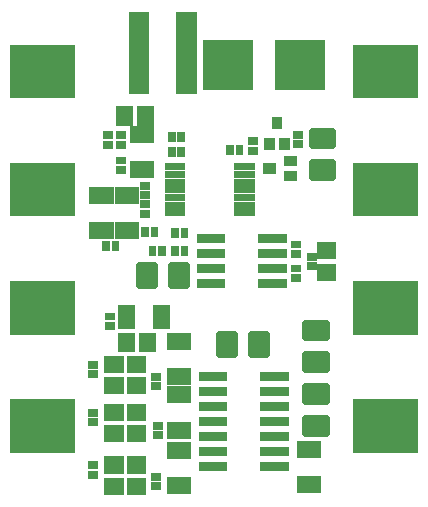
<source format=gbr>
G04 start of page 6 for group -4063 idx -4063 *
G04 Title: (unknown), componentmask *
G04 Creator: pcb 1.99z *
G04 CreationDate: Mon 08 Dec 2014 11:05:10 PM GMT UTC *
G04 For: commonadmin *
G04 Format: Gerber/RS-274X *
G04 PCB-Dimensions (mil): 1377.95 1692.91 *
G04 PCB-Coordinate-Origin: lower left *
%MOIN*%
%FSLAX25Y25*%
%LNTOPMASK*%
%ADD48R,0.1775X0.1775*%
%ADD47R,0.0690X0.0690*%
%ADD46R,0.1660X0.1660*%
%ADD45R,0.0350X0.0350*%
%ADD44C,0.0247*%
%ADD43R,0.0542X0.0542*%
%ADD42R,0.0300X0.0300*%
%ADD41R,0.0230X0.0230*%
%ADD40R,0.0257X0.0257*%
%ADD39R,0.0572X0.0572*%
G54D39*X29449Y94276D02*X31811D01*
X29449Y106086D02*X31811D01*
X37949Y94276D02*X40311D01*
X37949Y106086D02*X40311D01*
G54D40*X44737Y103087D02*X45523D01*
X44737Y99939D02*X45523D01*
X45130Y94332D02*Y93546D01*
X44737Y106087D02*X45523D01*
X35278Y89480D02*Y88694D01*
X32130Y89480D02*Y88694D01*
X44737Y109235D02*X45523D01*
X32237Y126087D02*X33023D01*
X36737D02*X37523D01*
X32237Y122939D02*X33023D01*
X36737D02*X37523D01*
G54D39*X42949Y114586D02*X45311D01*
G54D40*X36737Y114587D02*X37523D01*
X36737Y117735D02*X37523D01*
G54D39*X38130Y132980D02*Y132194D01*
X45216Y132980D02*Y132194D01*
G54D40*X57130Y125980D02*Y125194D01*
X53982Y125980D02*Y125194D01*
G54D39*X42949Y126396D02*X45311D01*
G54D41*X52827Y115586D02*X57433D01*
X52827Y113027D02*X57433D01*
X52827Y110468D02*X57433D01*
X52827Y107909D02*X57433D01*
G54D40*X57130Y120980D02*Y120194D01*
X53982Y120980D02*Y120194D01*
X58278Y93980D02*Y93194D01*
X55130Y93980D02*Y93194D01*
G54D41*X52827Y105350D02*X57433D01*
X52827Y102791D02*X57433D01*
X52827Y100232D02*X57433D01*
G54D42*X63880Y91587D02*X70380D01*
X63880Y86587D02*X70380D01*
X63880Y81587D02*X70380D01*
X63880Y76587D02*X70380D01*
G54D40*X55130Y87980D02*Y87194D01*
X58278Y87980D02*Y87194D01*
G54D43*X56130Y80571D02*Y78602D01*
G54D44*X53669Y83031D02*Y76142D01*
X58591D01*
X53669Y83031D02*X58591D01*
Y76142D01*
G54D40*X48278Y94332D02*Y93546D01*
X47630Y87980D02*Y87194D01*
X50778Y87980D02*Y87194D01*
G54D43*X45500Y80571D02*Y78602D01*
G54D44*X47961Y83031D02*Y76142D01*
X43039Y83031D02*Y76142D01*
X47961D01*
X43039Y83031D02*X47961D01*
G54D40*X80737Y120939D02*X81523D01*
X80737Y124087D02*X81523D01*
X76630Y121480D02*Y120694D01*
X73482Y121480D02*Y120694D01*
G54D45*X86530Y123387D02*Y122787D01*
X86330Y115087D02*X86930D01*
X89130Y130387D02*Y129787D01*
G54D41*X76055Y100232D02*X80661D01*
X76055Y102791D02*X80661D01*
X76055Y105350D02*X80661D01*
X76055Y107909D02*X80661D01*
X76055Y110468D02*X80661D01*
X76055Y113027D02*X80661D01*
X76055Y115586D02*X80661D01*
G54D46*X72580Y149587D02*X72680D01*
X96580D02*X96680D01*
G54D47*X43130Y163823D02*Y143351D01*
X58878Y163823D02*Y143351D01*
G54D48*X9031Y147291D02*X12969D01*
X123205D02*X127142D01*
G54D45*X91630Y123387D02*Y122787D01*
G54D40*X95737Y126235D02*X96523D01*
X95737Y123087D02*X96523D01*
G54D45*X93330Y117587D02*X93930D01*
X93330Y112487D02*X93930D01*
G54D43*X103146Y114587D02*X105114D01*
G54D44*X100685Y112126D02*X107575D01*
X100685Y117047D02*X107575D01*
X100685D02*Y112126D01*
X107575Y117047D02*Y112126D01*
G54D43*X103146Y125217D02*X105114D01*
G54D44*X100685Y122756D02*X107575D01*
X100685Y127677D02*X107575D01*
X100685D02*Y122756D01*
X107575Y127677D02*Y122756D01*
G54D48*X123205Y107921D02*X127142D01*
X9031D02*X12969D01*
G54D40*X100237Y82439D02*X101023D01*
X100237Y85587D02*X101023D01*
X94987Y78587D02*X95773D01*
X94987Y81735D02*X95773D01*
G54D42*X84380Y76587D02*X90880D01*
X84380Y81587D02*X90880D01*
X84380Y86587D02*X90880D01*
X84380Y91587D02*X90880D01*
G54D40*X94987Y86587D02*X95773D01*
X94987Y89735D02*X95773D01*
G54D39*X105237Y80501D02*X106023D01*
X105237Y87587D02*X106023D01*
G54D43*X100836Y50587D02*X102804D01*
G54D44*X98375Y48126D02*X105265D01*
X98375Y53047D02*X105265D01*
X98375D02*Y48126D01*
X105265Y53047D02*Y48126D01*
G54D43*X100836Y61217D02*X102804D01*
G54D44*X98375Y58756D02*X105265D01*
X98375Y63677D02*X105265D01*
X98375D02*Y58756D01*
X105265Y63677D02*Y58756D01*
G54D48*X123205Y68551D02*X127142D01*
X123205Y29181D02*X127142D01*
G54D44*X85281Y60031D02*Y53142D01*
G54D43*X100836Y40087D02*X102804D01*
G54D44*X98375Y42547D02*X105265D01*
X98375Y37626D02*X105265D01*
Y42547D02*Y37626D01*
X98375Y42547D02*Y37626D01*
G54D43*X100836Y29457D02*X102804D01*
G54D44*X98375Y31917D02*X105265D01*
X98375Y26996D02*X105265D01*
Y31917D02*Y26996D01*
X98375Y31917D02*Y26996D01*
G54D39*X98639Y21396D02*X101001D01*
X98639Y9586D02*X101001D01*
G54D42*X64570Y45587D02*X71070D01*
X64570Y40587D02*X71070D01*
X64570Y35587D02*X71070D01*
X64570Y30587D02*X71070D01*
X64570Y25587D02*X71070D01*
X64570Y20587D02*X71070D01*
X64570Y15587D02*X71070D01*
G54D39*X55139Y21086D02*X57501D01*
X55139Y27776D02*X57501D01*
X55139Y45586D02*X57501D01*
X55139Y39586D02*X57501D01*
G54D43*X72190Y57571D02*Y55602D01*
G54D44*X69730Y53142D02*X74651D01*
X69730Y60031D02*X74651D01*
Y53142D01*
X69730Y60031D02*Y53142D01*
G54D42*X85070Y15587D02*X91570D01*
X85070Y20587D02*X91570D01*
X85070Y25587D02*X91570D01*
X85070Y30587D02*X91570D01*
X85070Y35587D02*X91570D01*
X85070Y40587D02*X91570D01*
X85070Y45587D02*X91570D01*
G54D43*X82820Y57571D02*Y55602D01*
G54D44*X80359Y60031D02*Y53142D01*
X85281D01*
X80359Y60031D02*X85281D01*
G54D39*X55139Y57396D02*X57501D01*
X34427Y42587D02*X35213D01*
X34427Y49673D02*X35213D01*
G54D40*X27427Y49587D02*X28213D01*
X27427Y46439D02*X28213D01*
G54D39*X41927Y42587D02*X42713D01*
X41927Y49673D02*X42713D01*
G54D40*X48427Y45587D02*X49213D01*
X48427Y42439D02*X49213D01*
G54D39*X45906Y57480D02*Y56694D01*
X50630Y66768D02*Y64406D01*
X38820Y57480D02*Y56694D01*
G54D40*X32927Y62587D02*X33713D01*
X32927Y65735D02*X33713D01*
G54D39*X38820Y66768D02*Y64406D01*
G54D48*X9031Y68551D02*X12969D01*
G54D39*X41927Y9087D02*X42713D01*
X34427D02*X35213D01*
G54D40*X48427Y9087D02*X49213D01*
X48427Y12235D02*X49213D01*
G54D39*X55139Y9276D02*X57501D01*
X41927Y16173D02*X42713D01*
X34427D02*X35213D01*
G54D40*X27427Y16087D02*X28213D01*
X27427Y12939D02*X28213D01*
G54D39*X41927Y26587D02*X42713D01*
X41927Y33673D02*X42713D01*
X34427Y26587D02*X35213D01*
X34427Y33673D02*X35213D01*
G54D40*X27427Y33587D02*X28213D01*
G54D48*X9031Y29181D02*X12969D01*
G54D40*X27427Y30439D02*X28213D01*
X48927Y26087D02*X49713D01*
X48927Y29235D02*X49713D01*
M02*

</source>
